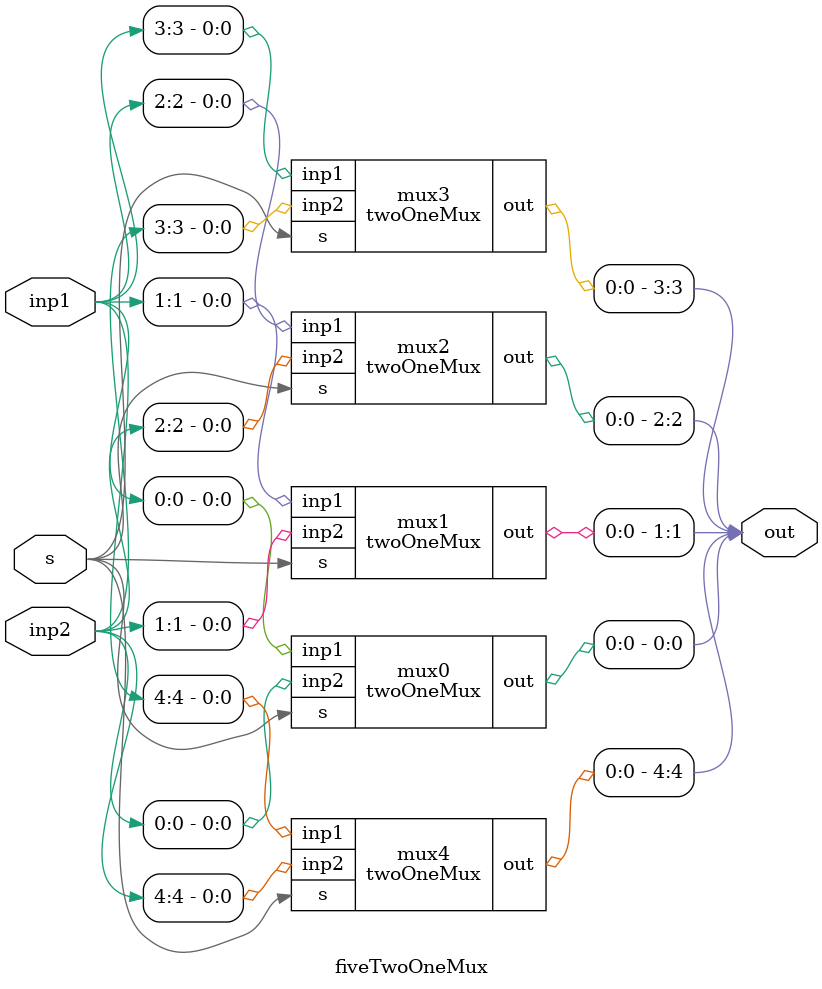
<source format=v>
module airconditioner(i, s0, s1, inp, temp, cap, fan, timer);
    input i; //power
    input s0, s1; // selector for "what to control"
    input [4:0] inp; // input for values 

    output [4:0] temp; // temperature
    output [4:0] cap; // capacity
    output [4:0] fan; // fan speed
    output [4:0] timer; // timer

    wire temperature, capacity, fan_speed, timer_sel, x;
    wire [4:0] temp_temp_out;
    wire ge, eq, le;

    wire [4:0] lower_bound;
    assign lower_bound = 5'b10001;
    
    demuxFourOne demux(i, s0, s1, temperature, capacity, fan_speed, timer_sel);
    
    not n0(x, i);

    fiveBitComparator comp(inp, lower_bound, le, eq, ge);
    fiveTwoOneMux mux1(inp, lower_bound, le, temp_temp_out);

    memoryImplementation temp_mem(i, temperature, temp_temp_out[0], temp_temp_out[1], temp_temp_out[2], temp_temp_out[3], temp_temp_out[4], temp[0], temp[1], temp[2], temp[3], temp[4]);
    memoryImplementation capacity_mem(i, capacity, inp[0], inp[1], x, x, x, cap[0], cap[1], cap[2], cap[3], cap[4]);
    memoryImplementation fan_mem(i, fan_speed, inp[0], inp[1], inp[2], x, x, fan[0], fan[1], fan[2], fan[3], fan[4]);
    memoryImplementation timer_mem(i, timer_sel, inp[0], inp[1], inp[2], x, x, timer[0], timer[1], timer[2], timer[3], timer[4]);
endmodule

module oneBitComparator(inp1, inp2, le, eq, ge);
    input inp1, inp2;
    output le, eq, ge;
    wire not_inp1, not_inp2;

    not not0(not_inp1, inp1);
    not not1(not_inp2, inp2);

    and and0(le, not_inp1, inp2);
    and and1(ge, inp1, not_inp2);
    nor nor0(eq, le, ge);
endmodule

module fiveBitComparator(inp1, inp2, le, eq, ge);
    input [4:0] inp1, inp2;
    output le, eq, ge;
    wire le0, le1, le2, le3, le4, eq0, eq1, eq2, eq3, eq4, ge0, ge1, ge2, ge3, ge4;
    wire [3:0] to_le, to_ge;

    oneBitComparator comp0(inp1[4], inp2[4], le4, eq4, ge4);
    oneBitComparator comp1(inp1[3], inp2[3], le3, eq3, ge3);
    oneBitComparator comp2(inp1[2], inp2[2], le2, eq2, ge2);
    oneBitComparator comp3(inp1[1], inp2[1], le1, eq1, ge1);
    oneBitComparator comp4(inp1[0], inp2[0], le0, eq0, ge0);

    and and0(to_le[0], eq4, le3);
    and and1(to_le[1], eq4, eq3, le2);
    and and2(to_le[2], eq4, eq3, eq2, le1);
    and and3(to_le[3], eq4, eq3, eq2, eq1, le0);

    and and4(to_ge[0], eq4, ge3);
    and and5(to_ge[1], eq4, eq3, ge2);
    and and6(to_ge[2], eq4, eq3, eq2, ge1);
    and and7(to_ge[3], eq4, eq3, eq2, eq1, ge0);

    and and8(eq, eq4, eq3, eq2, eq1, eq0);

    or or0(le, le4, to_le[0], to_le[1], to_le[2], to_le[3]);
    or or1(ge, ge4, to_ge[0], to_ge[1], to_ge[2], to_ge[3]);
endmodule

module twoOneMux(inp1, inp2, s, out);
    input inp1, inp2, s;
    output out;
    wire not_s, and_0, and_1;

    not not0(not_s, s);
    and and0(and_0, inp1, not_s);
    and and1(and_1, inp2, s);

    or or0(out, and_0, and_1);
endmodule

module fiveTwoOneMux(inp1, inp2, s, out);
    input [4:0] inp1, inp2;
    input s;
    output [4:0] out;
    
    twoOneMux mux0(inp1[0], inp2[0], s, out[0]);
    twoOneMux mux1(inp1[1], inp2[1], s, out[1]);
    twoOneMux mux2(inp1[2], inp2[2], s, out[2]);
    twoOneMux mux3(inp1[3], inp2[3], s, out[3]);
    twoOneMux mux4(inp1[4], inp2[4], s, out[4]);
endmodule
</source>
